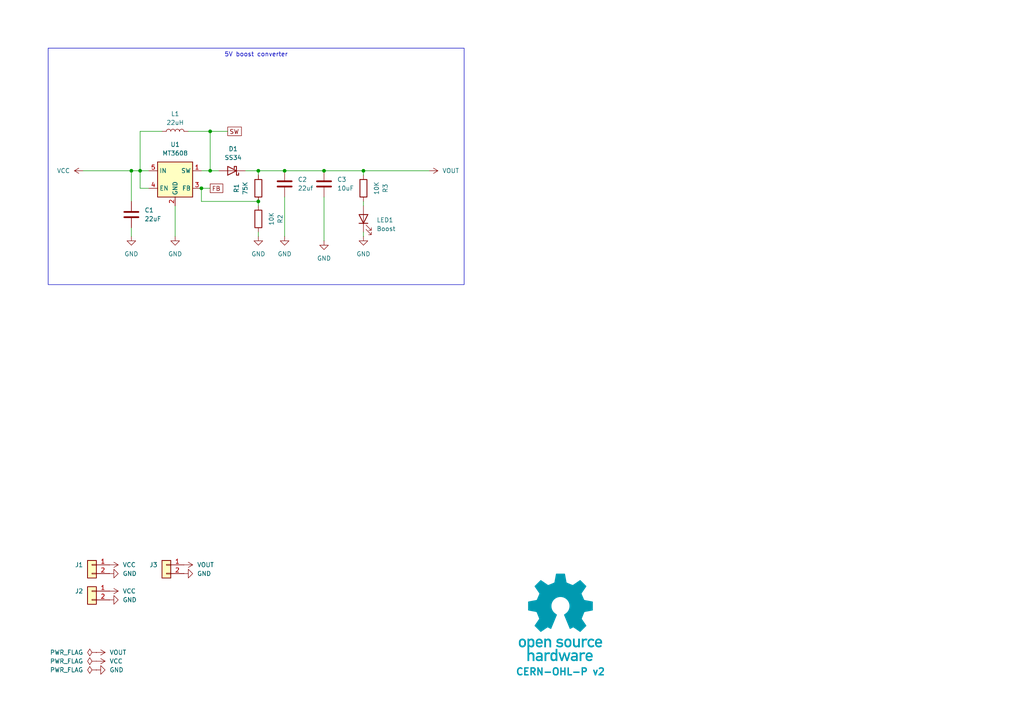
<source format=kicad_sch>
(kicad_sch (version 20231120) (generator "eeschema") (generator_version "8.0")
  (paper "A4")
  (lib_symbols
    (symbol "Connector_Generic:Conn_01x02" (pin_names (offset 1.016) hide)
      (property "Reference" "J" (at 0 2.54 0))
      (property "Value" "Conn_01x02" (at 0 -5.08 0))
      (symbol "Conn_01x02_1_1"
        (rectangle (start -1.27 -2.413) (end 0 -2.667) (stroke (width 0.1524)))
        (rectangle (start -1.27 0.127) (end 0 -0.127) (stroke (width 0.1524)))
        (rectangle (start -1.27 1.27) (end 1.27 -3.81) (stroke (width 0.254)) (fill (type background)))
        (pin passive line (at -5.08 0 0) (length 3.81) (name "Pin_1") (number "1"))
        (pin passive line (at -5.08 -2.54 0) (length 3.81) (name "Pin_2") (number "2"))
      )
    )
    (symbol "Device:C" (pin_numbers hide) (pin_names (offset 0.254))
      (property "Reference" "C" (at 0.635 2.54 0))
      (property "Value" "C" (at 0.635 -2.54 0))
      (symbol "C_0_1"
        (polyline (pts (xy -2.032 -0.762) (xy 2.032 -0.762)) (stroke (width 0.508)))
        (polyline (pts (xy -2.032 0.762) (xy 2.032 0.762)) (stroke (width 0.508)))
      )
      (symbol "C_1_1"
        (pin passive line (at 0 3.81 270) (length 2.794) (name "~") (number "1"))
        (pin passive line (at 0 -3.81 90) (length 2.794) (name "~") (number "2"))
      )
    )
    (symbol "Device:L" (pin_numbers hide) (pin_names (offset 1.016) hide)
      (property "Reference" "L" (at -1.27 0 90))
      (property "Value" "L" (at 1.905 0 90))
      (symbol "L_0_1"
        (arc (start 0 -2.54) (mid 0.6323 -1.905) (end 0 -1.27))
        (arc (start 0 -1.27) (mid 0.6323 -0.635) (end 0 0))
        (arc (start 0 0) (mid 0.6323 0.635) (end 0 1.27))
        (arc (start 0 1.27) (mid 0.6323 1.905) (end 0 2.54))
      )
      (symbol "L_1_1"
        (pin passive line (at 0 3.81 270) (length 1.27) (name "1") (number "1"))
        (pin passive line (at 0 -3.81 90) (length 1.27) (name "2") (number "2"))
      )
    )
    (symbol "Device:LED" (pin_numbers hide) (pin_names (offset 1.016) hide)
      (property "Reference" "D" (at 0 2.54 0))
      (property "Value" "LED" (at 0 -2.54 0))
      (symbol "LED_0_1"
        (polyline (pts (xy -1.27 -1.27) (xy -1.27 1.27)) (stroke (width 0.254)))
        (polyline (pts (xy -1.27 0) (xy 1.27 0)))
        (polyline (pts (xy 1.27 -1.27) (xy 1.27 1.27) (xy -1.27 0) (xy 1.27 -1.27)) (stroke (width 0.254)))
        (polyline (pts (xy -3.048 -0.762) (xy -4.572 -2.286) (xy -3.81 -2.286) (xy -4.572 -2.286) (xy -4.572 -1.524)))
        (polyline (pts (xy -1.778 -0.762) (xy -3.302 -2.286) (xy -2.54 -2.286) (xy -3.302 -2.286) (xy -3.302 -1.524)))
      )
      (symbol "LED_1_1"
        (pin passive line (at -3.81 0 0) (length 2.54) (name "K") (number "1"))
        (pin passive line (at 3.81 0 180) (length 2.54) (name "A") (number "2"))
      )
    )
    (symbol "Device:R" (pin_numbers hide) (pin_names (offset 0))
      (property "Reference" "R" (at 2.032 0 90))
      (property "Value" "R" (at 0 0 90))
      (symbol "R_0_1"
        (rectangle (start -1.016 -2.54) (end 1.016 2.54) (stroke (width 0.254)))
      )
      (symbol "R_1_1"
        (pin passive line (at 0 3.81 270) (length 1.27) (name "~") (number "1"))
        (pin passive line (at 0 -3.81 90) (length 1.27) (name "~") (number "2"))
      )
    )
    (symbol "Diode:SS34" (pin_numbers hide) (pin_names (offset 1.016) hide)
      (property "Reference" "D" (at 0 2.54 0))
      (property "Value" "SS34" (at 0 -2.54 0))
      (symbol "SS34_0_1"
        (polyline (pts (xy 1.27 0) (xy -1.27 0)))
        (polyline (pts (xy 1.27 1.27) (xy 1.27 -1.27) (xy -1.27 0) (xy 1.27 1.27)) (stroke (width 0.254)))
        (polyline (pts (xy -1.905 0.635) (xy -1.905 1.27) (xy -1.27 1.27) (xy -1.27 -1.27) (xy -0.635 -1.27) (xy -0.635 -0.635)) (stroke (width 0.254)))
      )
      (symbol "SS34_1_1"
        (pin passive line (at -3.81 0 0) (length 2.54) (name "K") (number "1"))
        (pin passive line (at 3.81 0 180) (length 2.54) (name "A") (number "2"))
      )
    )
    (symbol "lcsc:MT3608"
      (property "Reference" "U" (at -2.54 8.89 0))
      (property "Value" "MT3608" (at -3.81 6.35 0))
      (symbol "MT3608_0_1"
        (rectangle (start -5.08 5.08) (end 5.08 -5.08) (stroke (width 0.254)) (fill (type background)))
      )
      (symbol "MT3608_1_1"
        (pin passive line (at 7.62 2.54 180) (length 2.54) (name "SW") (number "1"))
        (pin power_in line (at 0 -7.62 90) (length 2.54) (name "GND") (number "2"))
        (pin input line (at 7.62 -2.54 180) (length 2.54) (name "FB") (number "3"))
        (pin input line (at -7.62 -2.54 0) (length 2.54) (name "EN") (number "4"))
        (pin power_in line (at -7.62 2.54 0) (length 2.54) (name "IN") (number "5"))
        (pin no_connect line (at 5.08 0 180) (length 2.54) hide (name "NC") (number "6"))
      )
    )
    (symbol "power:GND" (power) (pin_numbers hide) (pin_names (offset 0) hide)
      (property "Value" "GND" (at 0 -3.81 0))
      (symbol "GND_0_1"
        (polyline (pts (xy 0 0) (xy 0 -1.27) (xy 1.27 -1.27) (xy 0 -2.54) (xy -1.27 -1.27) (xy 0 -1.27)))
      )
      (symbol "GND_1_1"
        (pin power_in line (at 0 0 270) (length 0) (name "~") (number "1"))
      )
    )
    (symbol "power:PWR_FLAG" (power) (pin_numbers hide) (pin_names (offset 0) hide)
      (property "Value" "PWR_FLAG" (at 0 3.81 0))
      (symbol "PWR_FLAG_0_0"
        (pin power_out line (at 0 0 90) (length 0) (name "~") (number "1"))
      )
      (symbol "PWR_FLAG_0_1"
        (polyline (pts (xy 0 0) (xy 0 1.27) (xy -1.016 1.905) (xy 0 2.54) (xy 1.016 1.905) (xy 0 1.27)))
      )
    )
    (symbol "power:VCC" (power) (pin_numbers hide) (pin_names (offset 0) hide)
      (property "Value" "VCC" (at 0 3.556 0))
      (symbol "VCC_0_1"
        (polyline (pts (xy -0.762 1.27) (xy 0 2.54)))
        (polyline (pts (xy 0 0) (xy 0 2.54)))
        (polyline (pts (xy 0 2.54) (xy 0.762 1.27)))
      )
      (symbol "VCC_1_1"
        (pin power_in line (at 0 0 90) (length 0) (name "~") (number "1"))
      )
    )
  )
  (junction (at 82.55 49.53))
  (junction (at 93.98 49.53))
  (junction (at 60.96 38.1))
  (junction (at 105.41 49.53))
  (junction (at 74.93 58.42))
  (junction (at 40.64 49.53))
  (junction (at 74.93 49.53))
  (junction (at 60.96 49.53))
  (junction (at 58.42 54.61))
  (junction (at 38.1 49.53))
  (wire (pts (xy 43.18 54.61) (xy 40.64 54.61)))
  (wire (pts (xy 58.42 54.61) (xy 58.42 58.42)))
  (wire (pts (xy 74.93 49.53) (xy 82.55 49.53)))
  (wire (pts (xy 38.1 66.04) (xy 38.1 68.58)))
  (wire (pts (xy 74.93 68.58) (xy 74.93 67.31)))
  (wire (pts (xy 71.12 49.53) (xy 74.93 49.53)))
  (wire (pts (xy 74.93 49.53) (xy 74.93 50.8)))
  (wire (pts (xy 60.96 49.53) (xy 58.42 49.53)))
  (wire (pts (xy 40.64 38.1) (xy 40.64 49.53)))
  (wire (pts (xy 82.55 57.15) (xy 82.55 68.58)))
  (wire (pts (xy 105.41 49.53) (xy 105.41 50.8)))
  (wire (pts (xy 38.1 49.53) (xy 40.64 49.53)))
  (wire (pts (xy 40.64 54.61) (xy 40.64 49.53)))
  (wire (pts (xy 105.41 49.53) (xy 124.46 49.53)))
  (wire (pts (xy 38.1 58.42) (xy 38.1 49.53)))
  (wire (pts (xy 60.96 38.1) (xy 60.96 49.53)))
  (wire (pts (xy 54.61 38.1) (xy 60.96 38.1)))
  (wire (pts (xy 93.98 57.15) (xy 93.98 69.85)))
  (wire (pts (xy 40.64 38.1) (xy 46.99 38.1)))
  (wire (pts (xy 50.8 59.69) (xy 50.8 68.58)))
  (wire (pts (xy 82.55 49.53) (xy 93.98 49.53)))
  (wire (pts (xy 60.96 38.1) (xy 66.04 38.1)))
  (wire (pts (xy 58.42 54.61) (xy 60.96 54.61)))
  (wire (pts (xy 58.42 58.42) (xy 74.93 58.42)))
  (wire (pts (xy 105.41 58.42) (xy 105.41 59.69)))
  (wire (pts (xy 74.93 58.42) (xy 74.93 59.69)))
  (wire (pts (xy 93.98 49.53) (xy 105.41 49.53)))
  (wire (pts (xy 105.41 67.31) (xy 105.41 68.58)))
  (wire (pts (xy 40.64 49.53) (xy 43.18 49.53)))
  (wire (pts (xy 60.96 49.53) (xy 63.5 49.53)))
  (wire (pts (xy 24.13 49.53) (xy 38.1 49.53)))
  (image (at 162.56 179.07) (scale 0.37481))
  (text_box "5V boost converter\n" (at 13.97 13.97 0) (size 120.65 68.58) (effects (font (size 1.27 1.27)) (justify top)))
  (text "CERN-OHL-P v2" (at 162.56 195.072 0) (effects (font (size 2 2) (thickness 0.4) (bold yes))))
  (global_label "SW" (shape passive) (at 66.04 38.1 0) (property "Intersheetrefs" "${INTERSHEET_REFS}" (effects (hide yes))))
  (global_label "FB" (shape passive) (at 60.96 54.61 0) (property "Intersheetrefs" "${INTERSHEET_REFS}" (effects (hide yes))))
  (symbol (lib_id "power:VCC") (at 31.75 163.83 270) (unit 1)
    (property "Reference" "#PWR013" (effects (hide yes)))
    (property "Value" "VCC" (at 35.56 163.8301 90) (effects (justify left)))
    (property "Description" "Power symbol creates a global label with name \"VCC\"" (effects (hide yes)))
  )
  (symbol (lib_id "power:GND") (at 53.34 166.37 90) (unit 1)
    (property "Reference" "#PWR015" (effects (hide yes)))
    (property "Value" "GND" (at 57.15 166.3701 90) (effects (justify right)))
    (property "Description" "Power symbol creates a global label with name \"GND\" , ground" (effects (hide yes)))
  )
  (symbol (lib_id "Device:LED") (at 105.41 63.5 90) (unit 1)
    (property "Reference" "LED1" (at 109.22 63.8174 90) (effects (justify right)))
    (property "Value" "Boost" (at 109.22 66.3574 90) (effects (justify right)))
    (property "Footprint" "custom:LED_0805_2012Metric_Pad1.15x1.40mm_HandSolder_simple" (effects (hide yes)))
    (property "Description" "Light emitting diode" (effects (hide yes)))
  )
  (symbol (lib_id "power:GND") (at 31.75 166.37 90) (unit 1)
    (property "Reference" "#PWR012" (effects (hide yes)))
    (property "Value" "GND" (at 35.56 166.3701 90) (effects (justify right)))
    (property "Description" "Power symbol creates a global label with name \"GND\" , ground" (effects (hide yes)))
  )
  (symbol (lib_id "power:GND") (at 93.98 69.85 0) (unit 1)
    (property "Reference" "#PWR08" (effects (hide yes)))
    (property "Value" "GND" (at 93.98 74.93 0))
    (property "Description" "Power symbol creates a global label with name \"GND\" , ground" (effects (hide yes)))
  )
  (symbol (lib_id "Device:R") (at 105.41 54.61 0) (mirror y) (unit 1)
    (property "Reference" "R3" (at 111.76 54.61 90))
    (property "Value" "10K" (at 109.22 54.61 90))
    (property "Footprint" "Resistor_SMD:R_0805_2012Metric_Pad1.20x1.40mm_HandSolder" (effects (hide yes)))
    (property "Description" "Resistor" (effects (hide yes)))
  )
  (symbol (lib_id "power:VCC") (at 53.34 163.83 270) (unit 1)
    (property "Reference" "#PWR014" (effects (hide yes)))
    (property "Value" "VOUT" (at 57.15 163.8301 90) (effects (justify left)))
    (property "Description" "Power symbol creates a global label with name \"VCC\"" (effects (hide yes)))
  )
  (symbol (lib_id "power:VCC") (at 27.94 191.77 270) (unit 1)
    (property "Reference" "#PWR01" (effects (hide yes)))
    (property "Value" "VCC" (at 31.75 191.7701 90) (effects (justify left)))
    (property "Description" "Power symbol creates a global label with name \"VCC\"" (effects (hide yes)))
  )
  (symbol (lib_id "Device:R") (at 74.93 63.5 0) (mirror y) (unit 1)
    (property "Reference" "R2" (at 81.28 63.5 90))
    (property "Value" "10K" (at 78.74 63.5 90))
    (property "Footprint" "Resistor_SMD:R_0805_2012Metric_Pad1.20x1.40mm_HandSolder" (effects (hide yes)))
    (property "Description" "Resistor" (effects (hide yes)))
  )
  (symbol (lib_id "Connector_Generic:Conn_01x02") (at 26.67 163.83 0) (mirror y) (unit 1)
    (property "Reference" "J1" (at 24.13 163.8299 0) (effects (justify left)))
    (property "Value" "Conn_01x02" (effects (hide yes)))
    (property "Footprint" "custom:PinHeader_1x02_P2.54mm_Vertical_simple_pad2gnd" (effects (hide yes)))
    (property "Description" "Generic connector, single row, 01x02, script generated (kicad-library-utils/schlib/autogen/connector/)" (effects (hide yes)))
  )
  (symbol (lib_id "power:PWR_FLAG") (at 27.94 194.31 90) (unit 1)
    (property "Reference" "#FLG01" (effects (hide yes)))
    (property "Value" "PWR_FLAG" (at 24.13 194.3101 90) (effects (justify left)))
    (property "Description" "Special symbol for telling ERC where power comes from" (effects (hide yes)))
  )
  (symbol (lib_id "Device:L") (at 50.8 38.1 90) (unit 1)
    (property "Reference" "L1" (at 50.8 33.02 90))
    (property "Value" "22uH" (at 50.8 35.56 90))
    (property "Footprint" "custom:Inductor_Multi_5.2x5.7_2x2.5" (effects (hide yes)))
    (property "Description" "Inductor" (effects (hide yes)))
    (property "LCSC Part" "C5832376" (effects (hide yes)))
  )
  (symbol (lib_id "power:GND") (at 38.1 68.58 0) (unit 1)
    (property "Reference" "#PWR03" (effects (hide yes)))
    (property "Value" "GND" (at 38.1 73.66 0))
    (property "Description" "Power symbol creates a global label with name \"GND\" , ground" (effects (hide yes)))
  )
  (symbol (lib_id "power:PWR_FLAG") (at 27.94 191.77 90) (unit 1)
    (property "Reference" "#FLG02" (effects (hide yes)))
    (property "Value" "PWR_FLAG" (at 24.13 191.7701 90) (effects (justify left)))
    (property "Description" "Special symbol for telling ERC where power comes from" (effects (hide yes)))
  )
  (symbol (lib_id "Diode:SS34") (at 67.31 49.53 180) (unit 1)
    (property "Reference" "D1" (at 67.6275 43.18 0))
    (property "Value" "SS34" (at 67.6275 45.72 0))
    (property "Footprint" "custom:D_SMA_simple" (effects (hide yes)))
    (property "Datasheet" "https://www.vishay.com/docs/88751/ss32.pdf" (effects (hide yes)))
    (property "Description" "40V 3A Schottky Diode, SMA" (effects (hide yes)))
    (property "LCSC Part" "C8678" (effects (hide yes)))
  )
  (symbol (lib_id "power:GND") (at 82.55 68.58 0) (unit 1)
    (property "Reference" "#PWR06" (effects (hide yes)))
    (property "Value" "GND" (at 82.55 73.66 0))
    (property "Description" "Power symbol creates a global label with name \"GND\" , ground" (effects (hide yes)))
  )
  (symbol (lib_id "Device:C") (at 93.98 53.34 0) (unit 1)
    (property "Reference" "C3" (at 97.79 52.0699 0) (effects (justify left)))
    (property "Value" "10uF" (at 97.79 54.6099 0) (effects (justify left)))
    (property "Footprint" "custom:C_0805_2012Metric_Pad1.18x1.45mm_HandSolder" (effects (hide yes)))
    (property "Description" "Unpolarized capacitor" (effects (hide yes)))
    (property "LCSC Part" "C15850" (effects (hide yes)))
  )
  (symbol (lib_id "power:PWR_FLAG") (at 27.94 189.23 90) (unit 1)
    (property "Reference" "#FLG03" (effects (hide yes)))
    (property "Value" "PWR_FLAG" (at 24.13 189.2301 90) (effects (justify left)))
    (property "Description" "Special symbol for telling ERC where power comes from" (effects (hide yes)))
  )
  (symbol (lib_id "power:GND") (at 50.8 68.58 0) (unit 1)
    (property "Reference" "#PWR04" (effects (hide yes)))
    (property "Value" "GND" (at 50.8 73.66 0))
    (property "Description" "Power symbol creates a global label with name \"GND\" , ground" (effects (hide yes)))
  )
  (symbol (lib_id "power:VCC") (at 24.13 49.53 90) (unit 1)
    (property "Reference" "#PWR09" (effects (hide yes)))
    (property "Value" "VCC" (at 20.32 49.5299 90) (effects (justify left)))
    (property "Description" "Power symbol creates a global label with name \"VCC\"" (effects (hide yes)))
  )
  (symbol (lib_id "lcsc:MT3608") (at 50.8 52.07 0) (unit 1)
    (property "Reference" "U1" (at 50.8 41.91 0))
    (property "Value" "MT3608" (at 50.8 44.45 0))
    (property "Footprint" "Package_TO_SOT_SMD:SOT-23-6" (effects (hide yes)))
    (property "Datasheet" "https://www.olimex.com/Products/Breadboarding/BB-PWR-3608/resources/MT3608.pdf" (effects (hide yes)))
    (property "Description" "High Efficiency 1.2MHz 2A Step Up Converter, 2-24V Vin, 28V Vout, 4A current limit, 1.2MHz, SOT23-6" (effects (hide yes)))
    (property "LCSC Part" "C84817" (effects (hide yes)))
    (property "JLCPCB_CORRECTION" "0; 0; 270" (effects (hide yes)))
  )
  (symbol (lib_id "power:VCC") (at 124.46 49.53 270) (unit 1)
    (property "Reference" "#PWR011" (effects (hide yes)))
    (property "Value" "VOUT" (at 128.27 49.5301 90) (effects (justify left)))
    (property "Description" "Power symbol creates a global label with name \"VCC\"" (effects (hide yes)))
  )
  (symbol (lib_id "power:VCC") (at 27.94 189.23 270) (unit 1)
    (property "Reference" "#PWR010" (effects (hide yes)))
    (property "Value" "VOUT" (at 31.75 189.2301 90) (effects (justify left)))
    (property "Description" "Power symbol creates a global label with name \"VCC\"" (effects (hide yes)))
  )
  (symbol (lib_id "power:GND") (at 31.75 173.99 90) (unit 1)
    (property "Reference" "#PWR017" (effects (hide yes)))
    (property "Value" "GND" (at 35.56 173.9901 90) (effects (justify right)))
    (property "Description" "Power symbol creates a global label with name \"GND\" , ground" (effects (hide yes)))
  )
  (symbol (lib_id "Connector_Generic:Conn_01x02") (at 26.67 171.45 0) (mirror y) (unit 1)
    (property "Reference" "J2" (at 24.13 171.4499 0) (effects (justify left)))
    (property "Value" "Conn_01x02" (effects (hide yes)))
    (property "Footprint" "custom:PinHeader_1x02_P2.54mm_Vertical_simple_pad2gnd" (effects (hide yes)))
    (property "Description" "Generic connector, single row, 01x02, script generated (kicad-library-utils/schlib/autogen/connector/)" (effects (hide yes)))
  )
  (symbol (lib_id "power:VCC") (at 31.75 171.45 270) (unit 1)
    (property "Reference" "#PWR016" (effects (hide yes)))
    (property "Value" "VCC" (at 35.56 171.4501 90) (effects (justify left)))
    (property "Description" "Power symbol creates a global label with name \"VCC\"" (effects (hide yes)))
  )
  (symbol (lib_id "Device:R") (at 74.93 54.61 0) (mirror y) (unit 1)
    (property "Reference" "R1" (at 68.58 54.61 90))
    (property "Value" "75K" (at 71.12 54.61 90))
    (property "Footprint" "Resistor_SMD:R_0805_2012Metric_Pad1.20x1.40mm_HandSolder" (effects (hide yes)))
    (property "Description" "Resistor" (effects (hide yes)))
  )
  (symbol (lib_id "power:GND") (at 27.94 194.31 90) (unit 1)
    (property "Reference" "#PWR02" (effects (hide yes)))
    (property "Value" "GND" (at 31.75 194.3101 90) (effects (justify right)))
    (property "Description" "Power symbol creates a global label with name \"GND\" , ground" (effects (hide yes)))
  )
  (symbol (lib_id "power:GND") (at 74.93 68.58 0) (unit 1)
    (property "Reference" "#PWR05" (effects (hide yes)))
    (property "Value" "GND" (at 74.93 73.66 0))
    (property "Description" "Power symbol creates a global label with name \"GND\" , ground" (effects (hide yes)))
  )
  (symbol (lib_id "Device:C") (at 82.55 53.34 0) (unit 1)
    (property "Reference" "C2" (at 86.36 52.0699 0) (effects (justify left)))
    (property "Value" "22uf" (at 86.36 54.6099 0) (effects (justify left)))
    (property "Footprint" "custom:C_1206_3216Metric_Pad1.33x1.80mm_HandSolder" (effects (hide yes)))
    (property "Description" "Unpolarized capacitor" (effects (hide yes)))
    (property "LCSC Part" "C12891" (effects (hide yes)))
  )
  (symbol (lib_id "power:GND") (at 105.41 68.58 0) (unit 1)
    (property "Reference" "#PWR07" (effects (hide yes)))
    (property "Value" "GND" (at 105.41 73.66 0))
    (property "Description" "Power symbol creates a global label with name \"GND\" , ground" (effects (hide yes)))
  )
  (symbol (lib_id "Connector_Generic:Conn_01x02") (at 48.26 163.83 0) (mirror y) (unit 1)
    (property "Reference" "J3" (at 45.72 163.8299 0) (effects (justify left)))
    (property "Value" "Conn_01x02" (effects (hide yes)))
    (property "Footprint" "custom:PinHeader_1x02_P2.54mm_Vertical_simple_pad2gnd" (effects (hide yes)))
    (property "Description" "Generic connector, single row, 01x02, script generated (kicad-library-utils/schlib/autogen/connector/)" (effects (hide yes)))
  )
  (symbol (lib_id "Device:C") (at 38.1 62.23 0) (unit 1)
    (property "Reference" "C1" (at 41.91 60.9599 0) (effects (justify left)))
    (property "Value" "22uF" (at 41.91 63.4999 0) (effects (justify left)))
    (property "Footprint" "custom:C_1206_3216Metric_Pad1.33x1.80mm_HandSolder" (effects (hide yes)))
    (property "Description" "Unpolarized capacitor" (effects (hide yes)))
    (property "LCSC Part" "C12891" (effects (hide yes)))
  )
)
</source>
